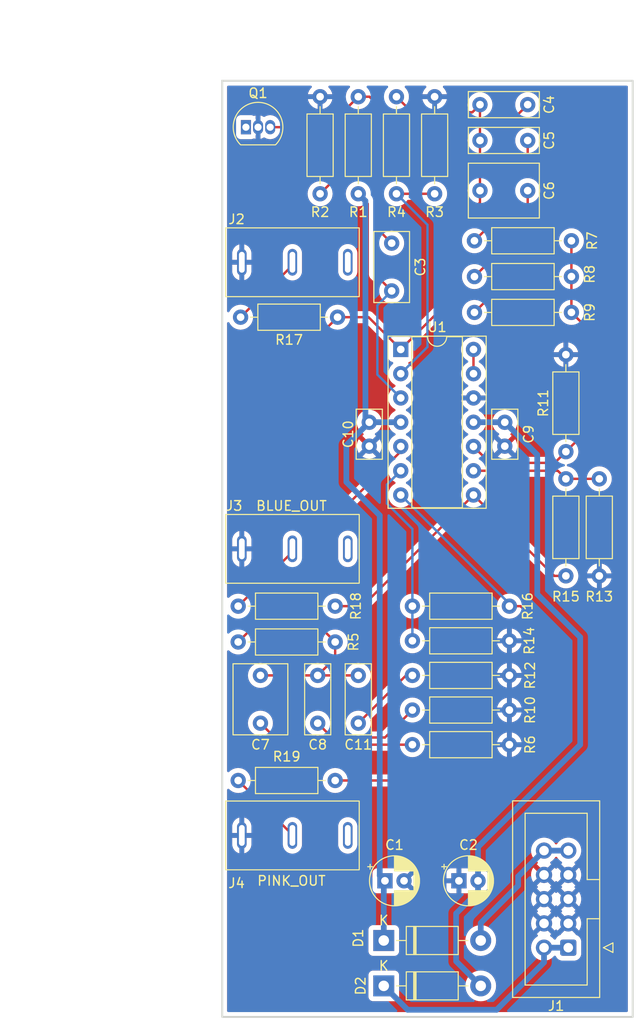
<source format=kicad_pcb>
(kicad_pcb (version 20211014) (generator pcbnew)
  (layers (0 "F.Cu" signal) (31 "B.Cu" signal) (34 "B.Paste" user) (35 "F.Paste" user) (36 "B.SilkS" user "B.Silkscreen") (37 "F.SilkS" user "F.Silkscreen") (38 "B.Mask" user) (39 "F.Mask" user) (44 "Edge.Cuts" user))
  (net 0 "")
  (net 1 "+12V")
  (net 2 "GND")
  (net 3 "-12V")
  (net 4 "Net-(C3-Pad1)")
  (net 5 "Net-(C3-Pad2)")
  (net 6 "Net-(C4-Pad1)")
  (net 7 "Net-(C4-Pad2)")
  (net 8 "Net-(C5-Pad2)")
  (net 9 "Net-(C6-Pad2)")
  (net 10 "Net-(C7-Pad1)")
  (net 11 "Net-(C11-Pad2)")
  (net 12 "Net-(C8-Pad1)")
  (net 13 "Net-(C11-Pad1)")
  (net 14 "Net-(D1-Pad2)")
  (net 15 "Net-(D2-Pad1)")
  (net 16 "Net-(J2-PadT)")
  (net 18 "Net-(J3-PadT)")
  (net 20 "Net-(J4-PadT)")
  (net 23 "Net-(R3-Pad1)")
  (net 24 "Net-(R11-Pad1)")
  (net 25 "Net-(R13-Pad1)")
  (net 26 "Net-(R14-Pad1)")
  (net 27 "Net-(R15-Pad2)")
  (net 28 "Net-(R16-Pad2)")
  (net 29 "Net-(U1-Pad13)")
  (footprint "Resistor_THT:R_Axial_DIN0207_L6.3mm_D2.5mm_P10.16mm_Horizontal" (layer "F.Cu") (at 144.25 56.83 90)
    (fp_text reference "R1" (at -1.92 0 180) (layer "F.SilkS"))
    (fp_text value "100k" hide)
    (pad "1" thru_hole circle (at 0 0 90) (size 1.6 1.6) (drill 0.8) (layers *.Cu *.Mask) (net 1 "+12V"))
    (pad "2" thru_hole oval (at 10.16 0 90) (size 1.6 1.6) (drill 0.8) (layers *.Cu *.Mask) (net 4 "Net-(C3-Pad1)"))
  )
  (footprint "Diode_THT:D_DO-41_SOD81_P10.16mm_Horizontal" (layer "F.Cu") (at 146.92 135)
    (fp_text reference "D1" (at -2.67 -0.25 90) (layer "F.SilkS"))
    (fp_text value "1N5818" hide)
    (fp_text user "K" (at 0 -2.1) (layer "F.SilkS"))
    (pad "1" thru_hole rect (at 0 0) (size 2.2 2.2) (drill 1.1) (layers *.Cu *.Mask) (net 1 "+12V"))
    (pad "2" thru_hole oval (at 10.16 0) (size 2.2 2.2) (drill 1.1) (layers *.Cu *.Mask) (net 14 "Net-(D1-Pad2)"))
  )
  (footprint "Capacitor_THT:C_Rect_L7.2mm_W5.5mm_P5.00mm_FKS2_FKP2_MKS2_MKP2" (layer "F.Cu") (at 157 56.5)
    (fp_text reference "C6" (at 7.25 0 270) (layer "F.SilkS"))
    (fp_text value "680p" hide)
    (pad "1" thru_hole circle (at 0 0) (size 1.6 1.6) (drill 0.8) (layers *.Cu *.Mask) (net 6 "Net-(C4-Pad1)"))
    (pad "2" thru_hole circle (at 5 0) (size 1.6 1.6) (drill 0.8) (layers *.Cu *.Mask) (net 9 "Net-(C6-Pad2)"))
  )
  (footprint "Resistor_THT:R_Axial_DIN0207_L6.3mm_D2.5mm_P10.16mm_Horizontal" (layer "F.Cu") (at 156.42 65.5)
    (fp_text reference "R8" (at 12.08 -0.25 90) (layer "F.SilkS"))
    (fp_text value "470k" hide)
    (pad "1" thru_hole circle (at 0 0) (size 1.6 1.6) (drill 0.8) (layers *.Cu *.Mask) (net 8 "Net-(C5-Pad2)"))
    (pad "2" thru_hole oval (at 10.16 0) (size 1.6 1.6) (drill 0.8) (layers *.Cu *.Mask) (net 24 "Net-(R11-Pad1)"))
  )
  (footprint "Capacitor_THT:C_Rect_L7.2mm_W2.5mm_P5.00mm_FKS2_FKP2_MKS2_MKP2" (layer "F.Cu") (at 157 51.25)
    (fp_text reference "C5" (at 7.25 0 90) (layer "F.SilkS"))
    (fp_text value "2n2" hide)
    (pad "1" thru_hole circle (at 0 0) (size 1.6 1.6) (drill 0.8) (layers *.Cu *.Mask) (net 6 "Net-(C4-Pad1)"))
    (pad "2" thru_hole circle (at 5 0) (size 1.6 1.6) (drill 0.8) (layers *.Cu *.Mask) (net 8 "Net-(C5-Pad2)"))
  )
  (footprint "Diode_THT:D_DO-41_SOD81_P10.16mm_Horizontal" (layer "F.Cu") (at 146.92 139.75)
    (fp_text reference "D2" (at -2.42 0 90) (layer "F.SilkS"))
    (fp_text value "1N5818" hide)
    (fp_text user "K" (at 0 -2.1) (layer "F.SilkS"))
    (pad "1" thru_hole rect (at 0 0) (size 2.2 2.2) (drill 1.1) (layers *.Cu *.Mask) (net 15 "Net-(D2-Pad1)"))
    (pad "2" thru_hole oval (at 10.16 0) (size 2.2 2.2) (drill 1.1) (layers *.Cu *.Mask) (net 3 "-12V"))
  )
  (footprint "Resistor_THT:R_Axial_DIN0207_L6.3mm_D2.5mm_P10.16mm_Horizontal" (layer "F.Cu") (at 149.92 100)
    (fp_text reference "R16" (at 12.08 0 90) (layer "F.SilkS"))
    (fp_text value "100k" hide)
    (pad "1" thru_hole circle (at 0 0) (size 1.6 1.6) (drill 0.8) (layers *.Cu *.Mask) (net 26 "Net-(R14-Pad1)"))
    (pad "2" thru_hole oval (at 10.16 0) (size 1.6 1.6) (drill 0.8) (layers *.Cu *.Mask) (net 28 "Net-(R16-Pad2)"))
  )
  (footprint "Capacitor_THT:C_Rect_L7.2mm_W2.5mm_P5.00mm_FKS2_FKP2_MKS2_MKP2" (layer "F.Cu") (at 140 112.25 90)
    (fp_text reference "C8" (at -2.25 0 180) (layer "F.SilkS"))
    (fp_text value "2n2" hide)
    (pad "1" thru_hole circle (at 0 0 90) (size 1.6 1.6) (drill 0.8) (layers *.Cu *.Mask) (net 12 "Net-(C8-Pad1)"))
    (pad "2" thru_hole circle (at 5 0 90) (size 1.6 1.6) (drill 0.8) (layers *.Cu *.Mask) (net 11 "Net-(C11-Pad2)"))
  )
  (footprint "Tayda_Jacks:PJ-323M" (layer "F.Cu") (at 137.35 64)
    (fp_text reference "J2" (at -5.85 -4.5 unlocked) (layer "F.SilkS"))
    (fp_text value "WHITE_OUT")
    (pad "S" thru_hole oval locked (at -5.3 0) (size 1 2.8) (drill oval 0.6 2.186) (layers *.Cu *.Mask) (net 2 "GND"))
    (pad "T" thru_hole oval locked (at 0 0) (size 1 2.8) (drill oval 0.6 2.186) (layers *.Cu *.Mask) (net 16 "Net-(J2-PadT)"))
    (pad "TN" thru_hole oval locked (at 5.8 0) (size 1 2.8) (drill oval 0.6 2.186) (layers *.Cu *.Mask))
  )
  (footprint "Resistor_THT:R_Axial_DIN0207_L6.3mm_D2.5mm_P10.16mm_Horizontal" (layer "F.Cu") (at 140.25 56.83 90)
    (fp_text reference "R2" (at -1.92 0 180) (layer "F.SilkS"))
    (fp_text value "100k" hide)
    (pad "1" thru_hole circle (at 0 0 90) (size 1.6 1.6) (drill 0.8) (layers *.Cu *.Mask) (net 5 "Net-(C3-Pad2)"))
    (pad "2" thru_hole oval (at 10.16 0 90) (size 1.6 1.6) (drill 0.8) (layers *.Cu *.Mask) (net 2 "GND"))
  )
  (footprint "Capacitor_THT:C_Rect_L7.2mm_W2.5mm_P5.00mm_FKS2_FKP2_MKS2_MKP2" (layer "F.Cu") (at 157 47.5)
    (fp_text reference "C4" (at 7.25 0 90) (layer "F.SilkS"))
    (fp_text value "5n6" hide)
    (pad "1" thru_hole circle (at 0 0) (size 1.6 1.6) (drill 0.8) (layers *.Cu *.Mask) (net 6 "Net-(C4-Pad1)"))
    (pad "2" thru_hole circle (at 5 0) (size 1.6 1.6) (drill 0.8) (layers *.Cu *.Mask) (net 7 "Net-(C4-Pad2)"))
  )
  (footprint "Resistor_THT:R_Axial_DIN0207_L6.3mm_D2.5mm_P10.16mm_Horizontal" (layer "F.Cu") (at 169.5 86.67 -90)
    (fp_text reference "R13" (at 12.33 0 180) (layer "F.SilkS"))
    (fp_text value "100k" hide)
    (pad "1" thru_hole circle (at 0 0 270) (size 1.6 1.6) (drill 0.8) (layers *.Cu *.Mask) (net 25 "Net-(R13-Pad1)"))
    (pad "2" thru_hole oval (at 10.16 0 270) (size 1.6 1.6) (drill 0.8) (layers *.Cu *.Mask) (net 2 "GND"))
  )
  (footprint "Resistor_THT:R_Axial_DIN0207_L6.3mm_D2.5mm_P10.16mm_Horizontal" (layer "F.Cu") (at 131.67 103.75)
    (fp_text reference "R5" (at 12.08 0 90) (layer "F.SilkS"))
    (fp_text value "100k" hide)
    (pad "1" thru_hole circle (at 0 0) (size 1.6 1.6) (drill 0.8) (layers *.Cu *.Mask) (net 6 "Net-(C4-Pad1)"))
    (pad "2" thru_hole oval (at 10.16 0) (size 1.6 1.6) (drill 0.8) (layers *.Cu *.Mask) (net 11 "Net-(C11-Pad2)"))
  )
  (footprint "Resistor_THT:R_Axial_DIN0207_L6.3mm_D2.5mm_P10.16mm_Horizontal" (layer "F.Cu") (at 156.42 69.25)
    (fp_text reference "R9" (at 12.08 0 90) (layer "F.SilkS"))
    (fp_text value "10k" hide)
    (pad "1" thru_hole circle (at 0 0) (size 1.6 1.6) (drill 0.8) (layers *.Cu *.Mask) (net 9 "Net-(C6-Pad2)"))
    (pad "2" thru_hole oval (at 10.16 0) (size 1.6 1.6) (drill 0.8) (layers *.Cu *.Mask) (net 24 "Net-(R11-Pad1)"))
  )
  (footprint "Resistor_THT:R_Axial_DIN0207_L6.3mm_D2.5mm_P10.16mm_Horizontal" (layer "F.Cu") (at 141.83 100 180)
    (fp_text reference "R18" (at -2.17 0 90) (layer "F.SilkS"))
    (fp_text value "1k" hide)
    (pad "1" thru_hole circle (at 0 0 180) (size 1.6 1.6) (drill 0.8) (layers *.Cu *.Mask) (net 27 "Net-(R15-Pad2)"))
    (pad "2" thru_hole oval (at 10.16 0 180) (size 1.6 1.6) (drill 0.8) (layers *.Cu *.Mask) (net 18 "Net-(J3-PadT)"))
  )
  (footprint "Resistor_THT:R_Axial_DIN0207_L6.3mm_D2.5mm_P10.16mm_Horizontal" (layer "F.Cu") (at 142.08 69.75 180)
    (fp_text reference "R17" (at 5.08 -2.37) (layer "F.SilkS"))
    (fp_text value "1k" hide)
    (pad "1" thru_hole circle (at 0 0 180) (size 1.6 1.6) (drill 0.8) (layers *.Cu *.Mask) (net 6 "Net-(C4-Pad1)"))
    (pad "2" thru_hole oval (at 10.16 0 180) (size 1.6 1.6) (drill 0.8) (layers *.Cu *.Mask) (net 16 "Net-(J2-PadT)"))
  )
  (footprint "Resistor_THT:R_Axial_DIN0207_L6.3mm_D2.5mm_P10.16mm_Horizontal" (layer "F.Cu") (at 166 83.83 90)
    (fp_text reference "R11" (at 5.08 -2.37 90) (layer "F.SilkS"))
    (fp_text value "20k" hide)
    (pad "1" thru_hole circle (at 0 0 90) (size 1.6 1.6) (drill 0.8) (layers *.Cu *.Mask) (net 24 "Net-(R11-Pad1)"))
    (pad "2" thru_hole oval (at 10.16 0 90) (size 1.6 1.6) (drill 0.8) (layers *.Cu *.Mask) (net 2 "GND"))
  )
  (footprint "Resistor_THT:R_Axial_DIN0207_L6.3mm_D2.5mm_P10.16mm_Horizontal" (layer "F.Cu") (at 141.83 118.25 180)
    (fp_text reference "R19" (at 5.08 2.5) (layer "F.SilkS"))
    (fp_text value "1k" hide)
    (pad "1" thru_hole circle (at 0 0 180) (size 1.6 1.6) (drill 0.8) (layers *.Cu *.Mask) (net 28 "Net-(R16-Pad2)"))
    (pad "2" thru_hole oval (at 10.16 0 180) (size 1.6 1.6) (drill 0.8) (layers *.Cu *.Mask) (net 20 "Net-(J4-PadT)"))
  )
  (footprint "Resistor_THT:R_Axial_DIN0207_L6.3mm_D2.5mm_P10.16mm_Horizontal" (layer "F.Cu") (at 149.92 114.5)
    (fp_text reference "R6" (at 12.33 0 90) (layer "F.SilkS"))
    (fp_text value "4.7k" hide)
    (pad "1" thru_hole circle (at 0 0) (size 1.6 1.6) (drill 0.8) (layers *.Cu *.Mask) (net 10 "Net-(C7-Pad1)"))
    (pad "2" thru_hole oval (at 10.16 0) (size 1.6 1.6) (drill 0.8) (layers *.Cu *.Mask) (net 2 "GND"))
  )
  (footprint "Capacitor_THT:CP_Radial_D5.0mm_P2.00mm" (layer "F.Cu") (at 154.794888 128.75)
    (fp_text reference "C2" (at 1 -3.75) (layer "F.SilkS"))
    (fp_text value "10uF" hide)
    (pad "1" thru_hole rect (at 0 0) (size 1.6 1.6) (drill 0.8) (layers *.Cu *.Mask) (net 2 "GND"))
    (pad "2" thru_hole circle (at 2 0) (size 1.6 1.6) (drill 0.8) (layers *.Cu *.Mask) (net 3 "-12V"))
  )
  (footprint "Capacitor_THT:CP_Radial_D5.0mm_P2.00mm" (layer "F.Cu") (at 147.044888 128.75)
    (fp_text reference "C1" (at 1 -3.75) (layer "F.SilkS"))
    (fp_text value "10uF" hide)
    (pad "1" thru_hole rect (at 0 0) (size 1.6 1.6) (drill 0.8) (layers *.Cu *.Mask) (net 1 "+12V"))
    (pad "2" thru_hole circle (at 2 0) (size 1.6 1.6) (drill 0.8) (layers *.Cu *.Mask) (net 2 "GND"))
  )
  (footprint "Resistor_THT:R_Axial_DIN0207_L6.3mm_D2.5mm_P10.16mm_Horizontal" (layer "F.Cu") (at 149.92 103.625)
    (fp_text reference "R14" (at 12.25 0 90) (layer "F.SilkS"))
    (fp_text value "22k" hide)
    (pad "1" thru_hole circle (at 0 0) (size 1.6 1.6) (drill 0.8) (layers *.Cu *.Mask) (net 26 "Net-(R14-Pad1)"))
    (pad "2" thru_hole oval (at 10.16 0) (size 1.6 1.6) (drill 0.8) (layers *.Cu *.Mask) (net 2 "GND"))
  )
  (footprint "Capacitor_THT:C_Rect_L7.2mm_W5.5mm_P5.00mm_FKS2_FKP2_MKS2_MKP2" (layer "F.Cu") (at 134 112.25 90)
    (fp_text reference "C7" (at -2.25 0) (layer "F.SilkS"))
    (fp_text value "680p" hide)
    (pad "1" thru_hole circle (at 0 0 90) (size 1.6 1.6) (drill 0.8) (layers *.Cu *.Mask) (net 10 "Net-(C7-Pad1)"))
    (pad "2" thru_hole circle (at 5 0 90) (size 1.6 1.6) (drill 0.8) (layers *.Cu *.Mask) (net 11 "Net-(C11-Pad2)"))
  )
  (footprint "Tayda_Jacks:PJ-323M" (layer "F.Cu") (at 137.35 94)
    (fp_text reference "J3" (at -6.1 -4.5 unlocked) (layer "F.SilkS"))
    (fp_text value "BLUE_OUT" (at -0.1 -4.5 unlocked) (layer "F.SilkS"))
    (pad "S" thru_hole oval locked (at -5.3 0) (size 1 2.8) (drill oval 0.6 2.186) (layers *.Cu *.Mask) (net 2 "GND"))
    (pad "T" thru_hole oval locked (at 0 0) (size 1 2.8) (drill oval 0.6 2.186) (layers *.Cu *.Mask) (net 18 "Net-(J3-PadT)"))
    (pad "TN" thru_hole oval locked (at 5.8 0) (size 1 2.8) (drill oval 0.6 2.186) (layers *.Cu *.Mask))
  )
  (footprint "Resistor_THT:R_Axial_DIN0207_L6.3mm_D2.5mm_P10.16mm_Horizontal" (layer "F.Cu") (at 156.42 61.75)
    (fp_text reference "R7" (at 12.33 0 90) (layer "F.SilkS"))
    (fp_text value "1M" hide)
    (pad "1" thru_hole circle (at 0 0) (size 1.6 1.6) (drill 0.8) (layers *.Cu *.Mask) (net 7 "Net-(C4-Pad2)"))
    (pad "2" thru_hole oval (at 10.16 0) (size 1.6 1.6) (drill 0.8) (layers *.Cu *.Mask) (net 24 "Net-(R11-Pad1)"))
  )
  (footprint "Resistor_THT:R_Axial_DIN0207_L6.3mm_D2.5mm_P10.16mm_Horizontal" (layer "F.Cu") (at 149.92 107.25)
    (fp_text reference "R12" (at 12.33 0 90) (layer "F.SilkS"))
    (fp_text value "470k" hide)
    (pad "1" thru_hole circle (at 0 0) (size 1.6 1.6) (drill 0.8) (layers *.Cu *.Mask) (net 13 "Net-(C11-Pad1)"))
    (pad "2" thru_hole oval (at 10.16 0) (size 1.6 1.6) (drill 0.8) (layers *.Cu *.Mask) (net 2 "GND"))
  )
  (footprint "Capacitor_THT:C_Disc_D5.0mm_W2.5mm_P2.50mm" (layer "F.Cu") (at 145.4 80.75 -90)
    (fp_text reference "C10" (at 1.25 2.2 90) (layer "F.SilkS"))
    (fp_text value "0.1uF" hide)
    (pad "1" thru_hole circle (at 0 0 270) (size 1.6 1.6) (drill 0.8) (layers *.Cu *.Mask) (net 1 "+12V"))
    (pad "2" thru_hole circle (at 2.5 0 270) (size 1.6 1.6) (drill 0.8) (layers *.Cu *.Mask) (net 2 "GND"))
  )
  (footprint "Package_DIP:DIP-14_W7.62mm_Socket" (layer "F.Cu") (at 148.7 73.125)
    (fp_text reference "U1" (at 3.81 -2.33) (layer "F.SilkS"))
    (fp_text value "TL074")
    (pad "1" thru_hole rect (at 0 0) (size 1.6 1.6) (drill 0.8) (layers *.Cu *.Mask) (net 6 "Net-(C4-Pad1)"))
    (pad "2" thru_hole oval (at 0 2.54) (size 1.6 1.6) (drill 0.8) (layers *.Cu *.Mask) (net 23 "Net-(R3-Pad1)"))
    (pad "3" thru_hole oval (at 0 5.08) (size 1.6 1.6) (drill 0.8) (layers *.Cu *.Mask) (net 5 "Net-(C3-Pad2)"))
    (pad "4" thru_hole oval (at 0 7.62) (size 1.6 1.6) (drill 0.8) (layers *.Cu *.Mask) (net 1 "+12V"))
    (pad "5" thru_hole oval (at 0 10.16) (size 1.6 1.6) (drill 0.8) (layers *.Cu *.Mask) (net 11 "Net-(C11-Pad2)"))
    (pad "6" thru_hole oval (at 0 12.7) (size 1.6 1.6) (drill 0.8) (layers *.Cu *.Mask) (net 26 "Net-(R14-Pad1)"))
    (pad "7" thru_hole oval (at 0 15.24) (size 1.6 1.6) (drill 0.8) (layers *.Cu *.Mask) (net 28 "Net-(R16-Pad2)"))
    (pad "8" thru_hole oval (at 7.62 15.24) (size 1.6 1.6) (drill 0.8) (layers *.Cu *.Mask) (net 27 "Net-(R15-Pad2)"))
    (pad "9" thru_hole oval (at 7.62 12.7) (size 1.6 1.6) (drill 0.8) (layers *.Cu *.Mask) (net 25 "Net-(R13-Pad1)"))
    (pad "10" thru_hole oval (at 7.62 10.16) (size 1.6 1.6) (drill 0.8) (layers *.Cu *.Mask) (net 24 "Net-(R11-Pad1)"))
    (pad "11" thru_hole oval (at 7.62 7.62) (size 1.6 1.6) (drill 0.8) (layers *.Cu *.Mask) (net 3 "-12V"))
    (pad "12" thru_hole oval (at 7.62 5.08) (size 1.6 1.6) (drill 0.8) (layers *.Cu *.Mask) (net 2 "GND"))
    (pad "13" thru_hole oval (at 7.62 2.54) (size 1.6 1.6) (drill 0.8) (layers *.Cu *.Mask) (net 29 "Net-(U1-Pad13)"))
    (pad "14" thru_hole oval (at 7.62 0) (size 1.6 1.6) (drill 0.8) (layers *.Cu *.Mask) (net 29 "Net-(U1-Pad13)"))
  )
  (footprint "Capacitor_THT:C_Disc_D5.0mm_W2.5mm_P2.50mm" (layer "F.Cu") (at 159.6 80.75 -90)
    (fp_text reference "C9" (at 1.25 -2.5 90) (layer "F.SilkS"))
    (fp_text value "0.1uF" hide)
    (pad "1" thru_hole circle (at 0 0 270) (size 1.6 1.6) (drill 0.8) (layers *.Cu *.Mask) (net 3 "-12V"))
    (pad "2" thru_hole circle (at 2.5 0 270) (size 1.6 1.6) (drill 0.8) (layers *.Cu *.Mask) (net 2 "GND"))
  )
  (footprint "Tayda_Jacks:PJ-323M" (layer "F.Cu") (at 137.35 124)
    (fp_text reference "J4" (at -5.85 5 unlocked) (layer "F.SilkS"))
    (fp_text value "PINK_OUT" (at -0.1 4.75 unlocked) (layer "F.SilkS"))
    (pad "S" thru_hole oval locked (at -5.3 0) (size 1 2.8) (drill oval 0.6 2.186) (layers *.Cu *.Mask) (net 2 "GND"))
    (pad "T" thru_hole oval locked (at 0 0) (size 1 2.8) (drill oval 0.6 2.186) (layers *.Cu *.Mask) (net 20 "Net-(J4-PadT)"))
    (pad "TN" thru_hole oval locked (at 5.8 0) (size 1 2.8) (drill oval 0.6 2.186) (layers *.Cu *.Mask))
  )
  (footprint "Resistor_THT:R_Axial_DIN0207_L6.3mm_D2.5mm_P10.16mm_Horizontal" (layer "F.Cu") (at 166 86.67 -90)
    (fp_text reference "R15" (at 12.33 0 180) (layer "F.SilkS"))
    (fp_text value "33k" hide)
    (pad "1" thru_hole circle (at 0 0 270) (size 1.6 1.6) (drill 0.8) (layers *.Cu *.Mask) (net 25 "Net-(R13-Pad1)"))
    (pad "2" thru_hole oval (at 10.16 0 270) (size 1.6 1.6) (drill 0.8) (layers *.Cu *.Mask) (net 27 "Net-(R15-Pad2)"))
  )
  (footprint "Resistor_THT:R_Axial_DIN0207_L6.3mm_D2.5mm_P10.16mm_Horizontal" (layer "F.Cu") (at 152.25 56.83 90)
    (fp_text reference "R3" (at -1.92 0 180) (layer "F.SilkS"))
    (fp_text value "680" hide)
    (pad "1" thru_hole circle (at 0 0 90) (size 1.6 1.6) (drill 0.8) (layers *.Cu *.Mask) (net 23 "Net-(R3-Pad1)"))
    (pad "2" thru_hole oval (at 10.16 0 90) (size 1.6 1.6) (drill 0.8) (layers *.Cu *.Mask) (net 2 "GND"))
  )
  (footprint "Resistor_THT:R_Axial_DIN0207_L6.3mm_D2.5mm_P10.16mm_Horizontal" (layer "F.Cu") (at 148.25 56.83 90)
    (fp_text reference "R4" (at -1.92 0 180) (layer "F.SilkS"))
    (fp_text value "100k" hide)
    (pad "1" thru_hole circle (at 0 0 90) (size 1.6 1.6) (drill 0.8) (layers *.Cu *.Mask) (net 23 "Net-(R3-Pad1)"))
    (pad "2" thru_hole oval (at 10.16 0 90) (size 1.6 1.6) (drill 0.8) (layers *.Cu *.Mask) (net 6 "Net-(C4-Pad1)"))
  )
  (footprint "Capacitor_THT:C_Rect_L7.2mm_W3.5mm_P5.00mm_FKS2_FKP2_MKS2_MKP2" (layer "F.Cu") (at 147.75 62 -90)
    (fp_text reference "C3" (at 2.5 -3 90) (layer "F.SilkS"))
    (fp_text value "1uF" hide)
    (pad "1" thru_hole circle (at 0 0 270) (size 1.6 1.6) (drill 0.8) (layers *.Cu *.Mask) (net 4 "Net-(C3-Pad1)"))
    (pad "2" thru_hole circle (at 5 0 270) (size 1.6 1.6) (drill 0.8) (layers *.Cu *.Mask) (net 5 "Net-(C3-Pad2)"))
  )
  (footprint "Connector_IDC:IDC-Header_2x05_P2.54mm_Vertical" (layer "F.Cu") (at 166.25 135.75 180)
    (fp_text reference "J1" (at 1.27 -6.1) (layer "F.SilkS"))
    (fp_text value "Power Connector" hide)
    (pad "1" thru_hole roundrect (at 0 0 180) (size 1.7 1.7) (drill 1) (layers *.Cu *.Mask) (roundrect_rratio 0.147059) (net 15 "Net-(D2-Pad1)"))
    (pad "2" thru_hole circle (at 2.54 0 180) (size 1.7 1.7) (drill 1) (layers *.Cu *.Mask) (net 15 "Net-(D2-Pad1)"))
    (pad "3" thru_hole circle (at 0 2.54 180) (size 1.7 1.7) (drill 1) (layers *.Cu *.Mask) (net 2 "GND"))
    (pad "4" thru_hole circle (at 2.54 2.54 180) (size 1.7 1.7) (drill 1) (layers *.Cu *.Mask) (net 2 "GND"))
    (pad "5" thru_hole circle (at 0 5.08 180) (size 1.7 1.7) (drill 1) (layers *.Cu *.Mask) (net 2 "GND"))
    (pad "6" thru_hole circle (at 2.54 5.08 180) (size 1.7 1.7) (drill 1) (layers *.Cu *.Mask) (net 2 "GND"))
    (pad "7" thru_hole circle (at 0 7.62 180) (size 1.7 1.7) (drill 1) (layers *.Cu *.Mask) (net 2 "GND"))
    (pad "8" thru_hole circle (at 2.54 7.62 180) (size 1.7 1.7) (drill 1) (layers *.Cu *.Mask) (net 2 "GND"))
    (pad "9" thru_hole circle (at 0 10.16 180) (size 1.7 1.7) (drill 1) (layers *.Cu *.Mask) (net 14 "Net-(D1-Pad2)"))
    (pad "10" thru_hole circle (at 2.54 10.16 180) (size 1.7 1.7) (drill 1) (layers *.Cu *.Mask) (net 14 "Net-(D1-Pad2)"))
  )
  (footprint "Package_TO_SOT_THT:TO-92_Inline" (layer "F.Cu") (at 132.48 49.86)
    (fp_text reference "Q1" (at 1.27 -3.56) (layer "F.SilkS"))
    (fp_text value "BC548" hide)
    (pad "1" thru_hole rect (at 0 0) (size 1.05 1.5) (drill 0.75) (layers *.Cu *.Mask))
    (pad "2" thru_hole oval (at 1.27 0) (size 1.05 1.5) (drill 0.75) (layers *.Cu *.Mask) (net 2 "GND"))
    (pad "3" thru_hole oval (at 2.54 0) (size 1.05 1.5) (drill 0.75) (layers *.Cu *.Mask) (net 4 "Net-(C3-Pad1)"))
  )
  (footprint "Capacitor_THT:C_Rect_L7.2mm_W2.5mm_P5.00mm_FKS2_FKP2_MKS2_MKP2" (layer "F.Cu") (at 144.25 112.25 90)
    (fp_text reference "C11" (at -2.25 0 180) (layer "F.SilkS"))
    (fp_text value "5n6" hide)
    (pad "1" thru_hole circle (at 0 0 90) (size 1.6 1.6) (drill 0.8) (layers *.Cu *.Mask) (net 13 "Net-(C11-Pad1)"))
    (pad "2" thru_hole circle (at 5 0 90) (size 1.6 1.6) (drill 0.8) (layers *.Cu *.Mask) (net 11 "Net-(C11-Pad2)"))
  )
  (footprint "Resistor_THT:R_Axial_DIN0207_L6.3mm_D2.5mm_P10.16mm_Horizontal" (layer "F.Cu") (at 149.92 110.875)
    (fp_text reference "R10" (at 12.33 0 90) (layer "F.SilkS"))
    (fp_text value "47k" hide)
    (pad "1" thru_hole circle (at 0 0) (size 1.6 1.6) (drill 0.8) (layers *.Cu *.Mask) (net 12 "Net-(C8-Pad1)"))
    (pad "2" thru_hole oval (at 10.16 0) (size 1.6 1.6) (drill 0.8) (layers *.Cu *.Mask) (net 2 "GND"))
  )
  (gr_rect locked (start 130 45) (end 173 143) (layer "Edge.Cuts") (width 0.2) (fill none))
  (segment (start 145 80.35) (end 145.4 80.75) (width 0.6) (layer "B.Cu") (net 1))
  (segment (start 144.25 56.83) (end 145 57.58) (width 0.6) (layer "B.Cu") (net 1))
  (segment (start 143 83.15) (end 145.4 80.75) (width 0.6) (layer "B.Cu") (net 1))
  (segment (start 143 87) (end 143 83.15) (width 0.6) (layer "B.Cu") (net 1))
  (segment (start 145 57.58) (end 145 80.35) (width 0.6) (layer "B.Cu") (net 1))
  (segment (start 146.5 128.205112) (end 146.5 90.5) (width 0.6) (layer "B.Cu") (net 1))
  (segment (start 146.5 90.5) (end 143 87) (width 0.6) (layer "B.Cu") (net 1))
  (segment (start 147.044888 128.75) (end 146.5 128.205112) (width 0.6) (layer "B.Cu") (net 1))
  (segment (start 146.92 135) (end 146.92 128.874888) (width 0.6) (layer "B.Cu") (net 1))
  (segment (start 148.7 80.745) (end 145.405 80.745) (width 0.6) (layer "B.Cu") (net 1))
  (segment (start 156.794888 125.205112) (end 167.5 114.5) (width 0.6) (layer "B.Cu") (net 3))
  (segment (start 154.5 137.17) (end 154.5 132.176258) (width 0.6) (layer "B.Cu") (net 3))
  (segment (start 157.08 139.75) (end 154.5 137.17) (width 0.6) (layer "B.Cu") (net 3))
  (segment (start 154.5 132.176258) (end 156.794888 129.88137) (width 0.6) (layer "B.Cu") (net 3))
  (segment (start 156.794888 128.75) (end 156.794888 125.205112) (width 0.6) (layer "B.Cu") (net 3))
  (segment (start 167.5 103.25) (end 163 98.75) (width 0.6) (layer "B.Cu") (net 3))
  (segment (start 163 84.15) (end 159.6 80.75) (width 0.6) (layer "B.Cu") (net 3))
  (segment (start 167.5 114.5) (end 167.5 103.25) (width 0.6) (layer "B.Cu") (net 3))
  (segment (start 163 98.75) (end 163 84.15) (width 0.6) (layer "B.Cu") (net 3))
  (segment (start 156.32 80.745) (end 159.595 80.745) (width 0.6) (layer "B.Cu") (net 3))
  (segment (start 156.794888 129.88137) (end 156.794888 128.75) (width 0.6) (layer "B.Cu") (net 3))
  (segment (start 145.42 46.67) (end 146.75 48) (width 0.25) (layer "F.Cu") (net 4))
  (segment (start 146.75 48) (end 146.75 61) (width 0.25) (layer "F.Cu") (net 4))
  (segment (start 146.75 61) (end 147.75 62) (width 0.25) (layer "F.Cu") (net 4))
  (segment (start 144.25 46.67) (end 145.42 46.67) (width 0.25) (layer "F.Cu") (net 4))
  (segment (start 141.06 49.86) (end 144.25 46.67) (width 0.25) (layer "F.Cu") (net 4))
  (segment (start 135.02 49.86) (end 141.06 49.86) (width 0.25) (layer "F.Cu") (net 4))
  (segment (start 140.25 56.83) (end 142.33 54.75) (width 0.25) (layer "F.Cu") (net 5))
  (segment (start 142.33 54.75) (end 144.75 54.75) (width 0.25) (layer "F.Cu") (net 5))
  (segment (start 146 65.25) (end 147.75 67) (width 0.25) (layer "F.Cu") (net 5))
  (segment (start 144.75 54.75) (end 146 56) (width 0.25) (layer "F.Cu") (net 5))
  (segment (start 146 56) (end 146 65.25) (width 0.25) (layer "F.Cu") (net 5))
  (segment (start 146.25 68.5) (end 146.25 75.755) (width 0.25) (layer "B.Cu") (net 5))
  (segment (start 146.25 75.755) (end 148.7 78.205) (width 0.25) (layer "B.Cu") (net 5))
  (segment (start 147.75 67) (end 146.25 68.5) (width 0.25) (layer "B.Cu") (net 5))
  (segment (start 153 61.75) (end 153 68.825) (width 0.25) (layer "F.Cu") (net 6))
  (segment (start 142.08 69.75) (end 145.325 69.75) (width 0.25) (layer "F.Cu") (net 6))
  (segment (start 157 51.25) (end 157 56.5) (width 0.25) (layer "F.Cu") (net 6))
  (segment (start 157 47.5) (end 157 51.25) (width 0.25) (layer "F.Cu") (net 6))
  (segment (start 145.325 69.75) (end 148.7 73.125) (width 0.25) (layer "F.Cu") (net 6))
  (segment (start 157 56.5) (end 157 57.75) (width 0.25) (layer "F.Cu") (net 6))
  (segment (start 139 96.42) (end 131.67 103.75) (width 0.25) (layer "F.Cu") (net 6))
  (segment (start 157 57.75) (end 153 61.75) (width 0.25) (layer "F.Cu") (net 6))
  (segment (start 153 68.825) (end 148.7 73.125) (width 0.25) (layer "F.Cu") (net 6))
  (segment (start 149.879999 48.299999) (end 156.200001 48.299999) (width 0.25) (layer "F.Cu") (net 6))
  (segment (start 142.08 69.75) (end 139 72.83) (width 0.25) (layer "F.Cu") (net 6))
  (segment (start 139 72.83) (end 139 96.42) (width 0.25) (layer "F.Cu") (net 6))
  (segment (start 156.200001 48.299999) (end 157 47.5) (width 0.25) (layer "F.Cu") (net 6))
  (segment (start 148.25 46.67) (end 149.879999 48.299999) (width 0.25) (layer "F.Cu") (net 6))
  (segment (start 162 47.5) (end 158.75 50.75) (width 0.25) (layer "F.Cu") (net 7))
  (segment (start 158.75 50.75) (end 158.75 59.42) (width 0.25) (layer "F.Cu") (net 7))
  (segment (start 158.75 59.42) (end 156.42 61.75) (width 0.25) (layer "F.Cu") (net 7))
  (segment (start 162 51.25) (end 162 53.748602) (width 0.25) (layer "F.Cu") (net 8))
  (segment (start 160.25 55.498602) (end 160.25 61.67) (width 0.25) (layer "F.Cu") (net 8))
  (segment (start 160.25 61.67) (end 156.42 65.5) (width 0.25) (layer "F.Cu") (net 8))
  (segment (start 162 53.748602) (end 160.25 55.498602) (width 0.25) (layer "F.Cu") (net 8))
  (segment (start 162 56.5) (end 162 63.67) (width 0.25) (layer "F.Cu") (net 9))
  (segment (start 162 63.67) (end 156.42 69.25) (width 0.25) (layer "F.Cu") (net 9))
  (segment (start 134 112.25) (end 136.25 114.5) (width 0.25) (layer "F.Cu") (net 10))
  (segment (start 136.25 114.5) (end 149.92 114.5) (width 0.25) (layer "F.Cu") (net 10))
  (segment (start 141.83 103.75) (end 141.83 105.42) (width 0.25) (layer "F.Cu") (net 11))
  (segment (start 134 107.25) (end 140 107.25) (width 0.25) (layer "F.Cu") (net 11))
  (segment (start 140.25 92.25) (end 140.25 102.17) (width 0.25) (layer "F.Cu") (net 11))
  (segment (start 141.83 105.42) (end 140 107.25) (width 0.25) (layer "F.Cu") (net 11))
  (segment (start 140.25 102.17) (end 141.83 103.75) (width 0.25) (layer "F.Cu") (net 11))
  (segment (start 148.7 83.8) (end 140.25 92.25) (width 0.25) (layer "F.Cu") (net 11))
  (segment (start 140 107.25) (end 144.25 107.25) (width 0.25) (layer "F.Cu") (net 11))
  (segment (start 147.045 113.75) (end 149.92 110.875) (width 0.25) (layer "F.Cu") (net 12))
  (segment (start 141.5 113.75) (end 147.045 113.75) (width 0.25) (layer "F.Cu") (net 12))
  (segment (start 140 112.25) (end 141.5 113.75) (width 0.25) (layer "F.Cu") (net 12))
  (segment (start 144.25 112.25) (end 149.25 107.25) (width 0.25) (layer "F.Cu") (net 13))
  (segment (start 163.71 125.59) (end 161 128.3) (width 0.6) (layer "B.Cu") (net 14))
  (segment (start 166.25 125.59) (end 163.71 125.59) (width 0.6) (layer "B.Cu") (net 14))
  (segment (start 161 129.25) (end 157.08 133.17) (width 0.6) (layer "B.Cu") (net 14))
  (segment (start 161 128.3) (end 161 129.25) (width 0.6) (layer "B.Cu") (net 14))
  (segment (start 157.08 133.17) (end 157.08 135) (width 0.6) (layer "B.Cu") (net 14))
  (segment (start 149.42 142.25) (end 146.92 139.75) (width 0.6) (layer "B.Cu") (net 15))
  (segment (start 158.75 142.25) (end 149.42 142.25) (width 0.6) (layer "B.Cu") (net 15))
  (segment (start 163.71 137.29) (end 158.75 142.25) (width 0.6) (layer "B.Cu") (net 15))
  (segment (start 166.25 135.75) (end 163.71 135.75) (width 0.6) (layer "B.Cu") (net 15))
  (segment (start 163.71 135.75) (end 163.71 137.29) (width 0.6) (layer "B.Cu") (net 15))
  (segment (start 137.35 64.32) (end 131.92 69.75) (width 0.25) (layer "F.Cu") (net 16))
  (segment (start 131.67 100) (end 137.35 94.32) (width 0.25) (layer "F.Cu") (net 18))
  (segment (start 131.67 118.25) (end 137.35 123.93) (width 0.25) (layer "F.Cu") (net 20))
  (segment (start 148.25 56.83) (end 152.25 56.83) (width 0.25) (layer "F.Cu") (net 23))
  (segment (start 151.5 60.08) (end 151.5 72.865) (width 0.25) (layer "B.Cu") (net 23))
  (segment (start 151.5 72.865) (end 148.7 75.665) (width 0.25) (layer "B.Cu") (net 23))
  (segment (start 148.25 56.83) (end 151.5 60.08) (width 0.25) (layer "B.Cu") (net 23))
  (segment (start 164.83 85) (end 166 83.83) (width 0.25) (layer "F.Cu") (net 24))
  (segment (start 166.58 69.25) (end 168.25 70.92) (width 0.25) (layer "F.Cu") (net 24))
  (segment (start 166.58 61.75) (end 166.58 65.5) (width 0.25) (layer "F.Cu") (net 24))
  (segment (start 166.58 65.5) (end 166.58 69.25) (width 0.25) (layer "F.Cu") (net 24))
  (segment (start 158.035 85) (end 164.83 85) (width 0.25) (layer "F.Cu") (net 24))
  (segment (start 156.32 83.285) (end 158.035 85) (width 0.25) (layer "F.Cu") (net 24))
  (segment (start 168.25 70.92) (end 168.25 81.58) (width 0.25) (layer "F.Cu") (net 24))
  (segment (start 168.25 81.58) (end 166 83.83) (width 0.25) (layer "F.Cu") (net 24))
  (segment (start 166 86.67) (end 169.5 86.67) (width 0.25) (layer "F.Cu") (net 25))
  (segment (start 156.32 85.825) (end 165.155 85.825) (width 0.25) (layer "F.Cu") (net 25))
  (segment (start 165.155 85.825) (end 166 86.67) (width 0.25) (layer "F.Cu") (net 25))
  (segment (start 147.25 87.275) (end 147.25 89.25) (width 0.25) (layer "B.Cu") (net 26))
  (segment (start 147.25 89.25) (end 149.92 91.92) (width 0.25) (layer "B.Cu") (net 26))
  (segment (start 149.92 91.92) (end 149.92 100) (width 0.25) (layer "B.Cu") (net 26))
  (segment (start 148.7 85.825) (end 147.25 87.275) (width 0.25) (layer "B.Cu") (net 26))
  (segment (start 149.92 100) (end 149.92 103.625) (width 0.25) (layer "B.Cu") (net 26))
  (segment (start 164.785 96.83) (end 156.32 88.365) (width 0.25) (layer "F.Cu") (net 27))
  (segment (start 141.83 100) (end 144.685 100) (width 0.25) (layer "F.Cu") (net 27))
  (segment (start 166 96.83) (end 164.785 96.83) (width 0.25) (layer "F.Cu") (net 27))
  (segment (start 144.685 100) (end 156.32 88.365) (width 0.25) (layer "F.Cu") (net 27))
  (segment (start 163.75 102.5) (end 163.75 115.5) (width 0.25) (layer "F.Cu") (net 28))
  (segment (start 161.25 100) (end 163.75 102.5) (width 0.25) (layer "F.Cu") (net 28))
  (segment (start 161 118.25) (end 141.83 118.25) (width 0.25) (layer "F.Cu") (net 28))
  (segment (start 160.08 100) (end 161.25 100) (width 0.25) (layer "F.Cu") (net 28))
  (segment (start 163.75 115.5) (end 161 118.25) (width 0.25) (layer "F.Cu") (net 28))
  (segment (start 148.7 88.365) (end 160.08 99.745) (width 0.25) (layer "B.Cu") (net 28))
  (segment (start 156.32 73.125) (end 156.32 75.665) (width 0.25) (layer "F.Cu") (net 29))
  (zone (net 2) (net_name "GND") (layers F&B.Cu) (connect_pads (clearance 0.508)) (min_thickness 0.254) (fill yes (thermal_gap 0.508) (thermal_bridge_width 0.508))
    (polygon (pts (xy 174 143.75) (xy 129.5 143.75) (xy 129.5 44.5) (xy 173.5 44.25)))
  )
)
</source>
